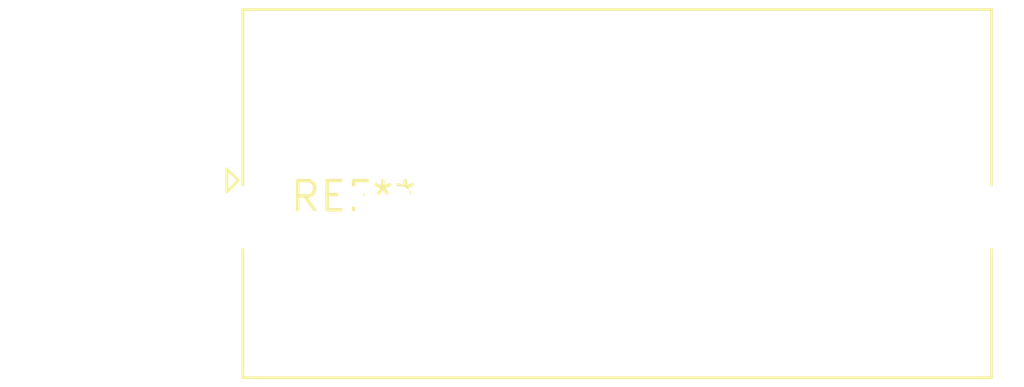
<source format=kicad_pcb>
(kicad_pcb (version 20240108) (generator pcbnew)
  (layers (0 "F.Cu" signal) (31 "B.Cu" signal) (34 "B.Paste" user) (35 "F.Paste" user) (36 "B.SilkS" user "B.Silkscreen") (37 "F.SilkS" user "F.Silkscreen") (38 "B.Mask" user) (39 "F.Mask" user) (44 "Edge.Cuts" user))
  (net 0 "")
  (footprint "RJ45_Amphenol_RJHSE538X-02" (layer "F.Cu") (at 0 0)
    (property "Reference" "REF**")
    (property "Value" "RJ45_Amphenol_RJHSE538X-02")
    (fp_line (start -5.5 -1.2) (end -5 -0.7) (layer "F.SilkS") (stroke (width 0.12)))
    (fp_line (start -5.5 -0.2) (end -5.5 -1.2) (layer "F.SilkS") (stroke (width 0.12)))
    (fp_line (start -5 -0.7) (end -5.5 -0.2) (layer "F.SilkS") (stroke (width 0.12)))
    (fp_line (start -4.805 -8.11) (end -4.805 -0.5) (layer "F.SilkS") (stroke (width 0.12)))
    (fp_line (start -4.805 -8.11) (end 27.675 -8.11) (layer "F.SilkS") (stroke (width 0.12)))
    (fp_line (start -4.805 7.86) (end -4.805 2.3) (layer "F.SilkS") (stroke (width 0.12)))
    (fp_line (start -4.805 7.86) (end 27.675 7.86) (layer "F.SilkS") (stroke (width 0.12)))
    (fp_line (start 27.675 -8.11) (end 27.675 -0.5) (layer "F.SilkS") (stroke (width 0.12)))
    (fp_line (start 27.675 7.815) (end 27.675 2.3) (layer "F.SilkS") (stroke (width 0.12)))
    (pad "" np_thru_hole circle (at -2.79 -2.54) (size 3.25 3.25) (drill 3.25) (layers *.Cu *.Mask))
    (pad "" np_thru_hole circle (at 25.66 -2.54) (size 3.25 3.25) (drill 3.25) (layers *.Cu *.Mask))
    (pad "1" thru_hole rect (at 0 0) (size 1.5 1.5) (drill 0.89) (layers *.Cu *.Mask) (remove_unused_layers))
    (pad "2" thru_hole circle (at 1.016 1.78) (size 1.5 1.5) (drill 0.89) (layers *.Cu *.Mask) (remove_unused_layers))
    (pad "3" thru_hole circle (at 2.032 0) (size 1.5 1.5) (drill 0.89) (layers *.Cu *.Mask) (remove_unused_layers))
    (pad "4" thru_hole circle (at 3.048 1.78) (size 1.5 1.5) (drill 0.89) (layers *.Cu *.Mask) (remove_unused_layers))
    (pad "5" thru_hole circle (at 4.064 0) (size 1.5 1.5) (drill 0.89) (layers *.Cu *.Mask) (remove_unused_layers))
    (pad "6" thru_hole circle (at 5.08 1.78) (size 1.5 1.5) (drill 0.89) (layers *.Cu *.Mask) (remove_unused_layers))
    (pad "7" thru_hole circle (at 6.096 0) (size 1.5 1.5) (drill 0.89) (layers *.Cu *.Mask) (remove_unused_layers))
    (pad "8" thru_hole circle (at 7.112 1.78) (size 1.5 1.5) (drill 0.89) (layers *.Cu *.Mask) (remove_unused_layers))
    (pad "9" thru_hole circle (at -3.3 6.6) (size 1.5 1.5) (drill 0.89) (layers *.Cu *.Mask) (remove_unused_layers))
    (pad "10" thru_hole circle (at -1.01 6.6) (size 1.5 1.5) (drill 0.89) (layers *.Cu *.Mask) (remove_unused_layers))
    (pad "11" thru_hole circle (at 8.13 6.6) (size 1.5 1.5) (drill 0.89) (layers *.Cu *.Mask) (remove_unused_layers))
    (pad "12" thru_hole circle (at 10.42 6.6) (size 1.5 1.5) (drill 0.89) (layers *.Cu *.Mask) (remove_unused_layers))
    (pad "13" thru_hole circle (at 15.75 0) (size 1.5 1.5) (drill 0.89) (layers *.Cu *.Mask) (remove_unused_layers))
    (pad "14" thru_hole circle (at 16.766 1.78) (size 1.5 1.5) (drill 0.89) (layers *.Cu *.Mask) (remove_unused_layers))
    (pad "15" thru_hole circle (at 17.782 0) (size 1.5 1.5) (drill 0.89) (layers *.Cu *.Mask) (remove_unused_layers))
    (pad "16" thru_hole circle (at 18.798 1.78) (size 1.5 1.5) (drill 0.89) (layers *.Cu *.Mask) (remove_unused_layers))
    (pad "17" thru_hole circle (at 19.814 0) (size 1.5 1.5) (drill 0.89) (layers *.Cu *.Mask) (remove_unused_layers))
    (pad "18" thru_hole circle (at 20.83 1.78) (size 1.5 1.5) (drill 0.89) (layers *.Cu *.Mask) (remove_unused_layers))
    (pad "19" thru_hole circle (at 21.846 0) (size 1.5 1.5) (drill 0.89) (layers *.Cu *.Mask) (remove_unused_layers))
    (pad "20" thru_hole circle (at 22.862 1.78) (size 1.5 1.5) (drill 0.89) (layers *.Cu *.Mask) (remove_unused_layers))
    (pad "21" thru_hole circle (at 12.45 6.6) (size 1.5 1.5) (drill 0.89) (layers *.Cu *.Mask) (remove_unused_layers))
    (pad "22" thru_hole circle (at 14.74 6.6) (size 1.5 1.5) (drill 0.89) (layers *.Cu *.Mask) (remove_unused_layers))
    (pad "23" thru_hole circle (at 23.88 6.6) (size 1.5 1.5) (drill 0.89) (layers *.Cu *.Mask) (remove_unused_layers))
    (pad "24" thru_hole circle (at 26.17 6.6) (size 1.5 1.5) (drill 0.89) (layers *.Cu *.Mask) (remove_unused_layers))
    (pad "SH" thru_hole circle (at -4.57 0.89) (size 2.3 2.3) (drill 1.57) (layers *.Cu *.Mask) (remove_unused_layers))
    (pad "SH" thru_hole circle (at 27.43 0.89) (size 2.3 2.3) (drill 1.57) (layers *.Cu *.Mask) (remove_unused_layers))
  )
)
</source>
